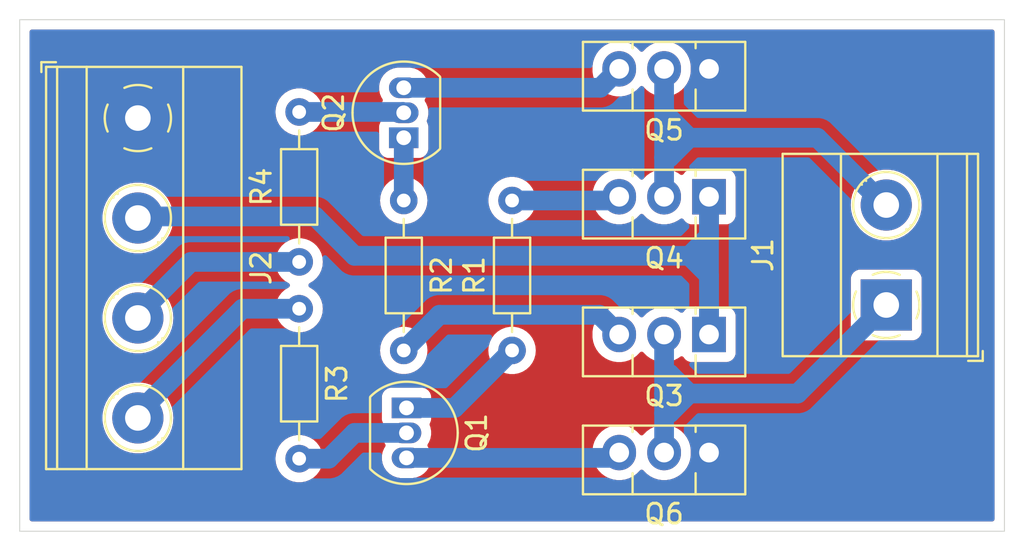
<source format=kicad_pcb>
(kicad_pcb (version 20240108) (generator "pcbnew") (generator_version "8.0")
  (layers (0 "F.Cu" signal) (31 "B.Cu" signal) (34 "B.Paste" user) (35 "F.Paste" user) (36 "B.SilkS" user "B.Silkscreen") (37 "F.SilkS" user "F.Silkscreen") (38 "B.Mask" user) (39 "F.Mask" user) (44 "Edge.Cuts" user))
  (net 0 "")
  (net 1 "Net-(Q1-B)")
  (net 2 "Net-(Q1-C)")
  (net 3 "Net-(Q2-B)")
  (net 4 "Net-(Q2-C)")
  (net 5 "Net-(Q3-B)")
  (net 6 "Net-(Q4-B)")
  (net 7 "Net-(J1-Pin_2)")
  (net 8 "Net-(J1-Pin_1)")
  (net 9 "GND")
  (net 10 "+12V")
  (net 11 "/RR")
  (net 12 "Net-(Q2-E)")
  (net 13 "Net-(J2-Pin_4)")
  (net 14 "Net-(J2-Pin_3)")
  (footprint "TerminalBlock_Phoenix:TerminalBlock_Phoenix_MKDS-1,5-4-5.08_1x04_P5.08mm_Horizontal" (layer "F.Cu") (at 117 82 -90)
    (property "Reference" "J2" (at 7.62 -6.26 -90) (layer "F.SilkS"))
    (property "Value" "Screw_Terminal_01x04")
    (fp_line (start -2.84 4.9) (end -2.34 4.9) (stroke (width 0.12)) (layer "F.SilkS"))
    (fp_line (start -2.6 4.66) (end 17.84 4.66) (stroke (width 0.12)) (layer "F.SilkS"))
    (fp_line (start -2.84 4.16) (end -2.84 4.9) (stroke (width 0.12)) (layer "F.SilkS"))
    (fp_line (start -2.6 4.1) (end 17.84 4.1) (stroke (width 0.12)) (layer "F.SilkS"))
    (fp_line (start -2.6 2.6) (end 17.84 2.6) (stroke (width 0.12)) (layer "F.SilkS"))
    (fp_line (start 4.046 1.239) (end 4.011 1.274) (stroke (width 0.12)) (layer "F.SilkS"))
    (fp_line (start 9.126 1.239) (end 9.091 1.274) (stroke (width 0.12)) (layer "F.SilkS"))
    (fp_line (start 14.206 1.239) (end 14.171 1.274) (stroke (width 0.12)) (layer "F.SilkS"))
    (fp_line (start 3.853 1.023) (end 3.806 1.069) (stroke (width 0.12)) (layer "F.SilkS"))
    (fp_line (start 8.933 1.023) (end 8.886 1.069) (stroke (width 0.12)) (layer "F.SilkS"))
    (fp_line (start 14.013 1.023) (end 13.966 1.069) (stroke (width 0.12)) (layer "F.SilkS"))
    (fp_line (start 6.355 -1.069) (end 6.308 -1.023) (stroke (width 0.12)) (layer "F.SilkS"))
    (fp_line (start 11.435 -1.069) (end 11.388 -1.023) (stroke (width 0.12)) (layer "F.SilkS"))
    (fp_line (start 16.515 -1.069) (end 16.468 -1.023) (stroke (width 0.12)) (layer "F.SilkS"))
    (fp_line (start 6.15 -1.275) (end 6.115 -1.239) (stroke (width 0.12)) (layer "F.SilkS"))
    (fp_line (start 11.23 -1.275) (end 11.195 -1.239) (stroke (width 0.12)) (layer "F.SilkS"))
    (fp_line (start 16.31 -1.275) (end 16.275 -1.239) (stroke (width 0.12)) (layer "F.SilkS"))
    (fp_line (start -2.6 -2.301) (end 17.84 -2.301) (stroke (width 0.12)) (layer "F.SilkS"))
    (fp_line (start -2.6 -5.261) (end -2.6 4.66) (stroke (width 0.12)) (layer "F.SilkS"))
    (fp_line (start -2.6 -5.261) (end 17.84 -5.261) (stroke (width 0.12)) (layer "F.SilkS"))
    (fp_line (start 17.84 -5.261) (end 17.84 4.66) (stroke (width 0.12)) (layer "F.SilkS"))
    (fp_arc (start 0.028805 1.680253) (mid -0.335551 1.646659) (end -0.684 1.535) (stroke (width 0.12)) (layer "F.SilkS"))
    (fp_arc (start 0.683318 1.534756) (mid 0.349292 1.643288) (end 0 1.68) (stroke (width 0.12)) (layer "F.SilkS"))
    (fp_arc (start -1.535427 0.683042) (mid -1.680501 -0.000524) (end -1.535 -0.684) (stroke (width 0.12)) (layer "F.SilkS"))
    (fp_arc (start 1.535427 -0.683042) (mid 1.680501 0.000524) (end 1.535 0.684) (stroke (width 0.12)) (layer "F.SilkS"))
    (fp_arc (start -0.683042 -1.535427) (mid 0.000524 -1.680501) (end 0.684 -1.535) (stroke (width 0.12)) (layer "F.SilkS"))
    (fp_circle (center 5.08 0) (end 6.76 0) (stroke (width 0.12)) (fill none) (layer "F.SilkS"))
    (fp_circle (center 10.16 0) (end 11.84 0) (stroke (width 0.12)) (fill none) (layer "F.SilkS"))
    (fp_circle (center 15.24 0) (end 16.92 0) (stroke (width 0.12)) (fill none) (layer "F.SilkS"))
    (pad "1" thru_hole rect (at 0 0 270) (size 2.6 2.6) (drill 1.3) (layers "*.Cu" "*.Mask") (net 9 "GND"))
    (pad "2" thru_hole circle (at 5.08 0 270) (size 2.6 2.6) (drill 1.3) (layers "*.Cu" "*.Mask") (net 10 "+12V"))
    (pad "3" thru_hole circle (at 10.16 0 270) (size 2.6 2.6) (drill 1.3) (layers "*.Cu" "*.Mask") (net 14 "Net-(J2-Pin_3)"))
    (pad "4" thru_hole circle (at 15.24 0 270) (size 2.6 2.6) (drill 1.3) (layers "*.Cu" "*.Mask") (net 13 "Net-(J2-Pin_4)"))
  )
  (footprint "Package_TO_SOT_THT:TO-126-3_Vertical" (layer "F.Cu") (at 146 99 180)
    (property "Reference" "Q6" (at 2.28 -3.12 360) (layer "F.SilkS"))
    (property "Value" "BD139")
    (fp_line (start 6.4 -2.12) (end 6.4 1.37) (stroke (width 0.12)) (layer "F.SilkS"))
    (fp_line (start 3.88 1.05) (end 3.88 1.37) (stroke (width 0.12)) (layer "F.SilkS"))
    (fp_line (start 3.88 -2.12) (end 3.88 -1.05) (stroke (width 0.12)) (layer "F.SilkS"))
    (fp_line (start 0.68 1.05) (end 0.68 1.37) (stroke (width 0.12)) (layer "F.SilkS"))
    (fp_line (start 0.68 -2.12) (end 0.68 -1.05) (stroke (width 0.12)) (layer "F.SilkS"))
    (fp_line (start -1.841 1.37) (end 6.4 1.37) (stroke (width 0.12)) (layer "F.SilkS"))
    (fp_line (start -1.841 -2.12) (end 6.4 -2.12) (stroke (width 0.12)) (layer "F.SilkS"))
    (fp_line (start -1.841 -2.12) (end -1.841 1.37) (stroke (width 0.12)) (layer "F.SilkS"))
    (pad "1" thru_hole rect (at 0 0 180) (size 1.71 1.8) (drill 1) (layers "*.Cu" "*.Mask") (net 9 "GND"))
    (pad "2" thru_hole oval (at 2.28 0 180) (size 1.71 1.8) (drill 1) (layers "*.Cu" "*.Mask") (net 8 "Net-(J1-Pin_1)"))
    (pad "3" thru_hole oval (at 4.56 0 180) (size 1.71 1.8) (drill 1) (layers "*.Cu" "*.Mask") (net 11 "/RR"))
  )
  (footprint "Package_TO_SOT_THT:TO-126-3_Vertical" (layer "F.Cu") (at 146 93 180)
    (property "Reference" "Q3" (at 2.28 -3.12 360) (layer "F.SilkS"))
    (property "Value" "BD140")
    (fp_line (start 6.4 -2.12) (end 6.4 1.37) (stroke (width 0.12)) (layer "F.SilkS"))
    (fp_line (start 3.88 1.05) (end 3.88 1.37) (stroke (width 0.12)) (layer "F.SilkS"))
    (fp_line (start 3.88 -2.12) (end 3.88 -1.05) (stroke (width 0.12)) (layer "F.SilkS"))
    (fp_line (start 0.68 1.05) (end 0.68 1.37) (stroke (width 0.12)) (layer "F.SilkS"))
    (fp_line (start 0.68 -2.12) (end 0.68 -1.05) (stroke (width 0.12)) (layer "F.SilkS"))
    (fp_line (start -1.841 1.37) (end 6.4 1.37) (stroke (width 0.12)) (layer "F.SilkS"))
    (fp_line (start -1.841 -2.12) (end 6.4 -2.12) (stroke (width 0.12)) (layer "F.SilkS"))
    (fp_line (start -1.841 -2.12) (end -1.841 1.37) (stroke (width 0.12)) (layer "F.SilkS"))
    (pad "1" thru_hole rect (at 0 0 180) (size 1.71 1.8) (drill 1) (layers "*.Cu" "*.Mask") (net 10 "+12V"))
    (pad "2" thru_hole oval (at 2.28 0 180) (size 1.71 1.8) (drill 1) (layers "*.Cu" "*.Mask") (net 8 "Net-(J1-Pin_1)"))
    (pad "3" thru_hole oval (at 4.56 0 180) (size 1.71 1.8) (drill 1) (layers "*.Cu" "*.Mask") (net 5 "Net-(Q3-B)"))
  )
  (footprint "TerminalBlock_Phoenix:TerminalBlock_Phoenix_MKDS-1,5-2-5.08_1x02_P5.08mm_Horizontal" (layer "F.Cu") (at 155 91.5 90)
    (property "Reference" "J1" (at 2.54 -6.26 90) (layer "F.SilkS"))
    (property "Value" "Screw_Terminal_01x02")
    (fp_line (start 7.68 -5.261) (end 7.68 4.66) (stroke (width 0.12)) (layer "F.SilkS"))
    (fp_line (start -2.6 -5.261) (end 7.68 -5.261) (stroke (width 0.12)) (layer "F.SilkS"))
    (fp_line (start -2.6 -5.261) (end -2.6 4.66) (stroke (width 0.12)) (layer "F.SilkS"))
    (fp_line (start -2.6 -2.301) (end 7.68 -2.301) (stroke (width 0.12)) (layer "F.SilkS"))
    (fp_line (start 6.15 -1.275) (end 6.115 -1.239) (stroke (width 0.12)) (layer "F.SilkS"))
    (fp_line (start 6.355 -1.069) (end 6.308 -1.023) (stroke (width 0.12)) (layer "F.SilkS"))
    (fp_line (start 3.853 1.023) (end 3.806 1.069) (stroke (width 0.12)) (layer "F.SilkS"))
    (fp_line (start 4.046 1.239) (end 4.011 1.274) (stroke (width 0.12)) (layer "F.SilkS"))
    (fp_line (start -2.6 2.6) (end 7.68 2.6) (stroke (width 0.12)) (layer "F.SilkS"))
    (fp_line (start -2.6 4.1) (end 7.68 4.1) (stroke (width 0.12)) (layer "F.SilkS"))
    (fp_line (start -2.84 4.16) (end -2.84 4.9) (stroke (width 0.12)) (layer "F.SilkS"))
    (fp_line (start -2.6 4.66) (end 7.68 4.66) (stroke (width 0.12)) (layer "F.SilkS"))
    (fp_line (start -2.84 4.9) (end -2.34 4.9) (stroke (width 0.12)) (layer "F.SilkS"))
    (fp_arc (start -0.683042 -1.535427) (mid 0.000524 -1.680501) (end 0.684 -1.535) (stroke (width 0.12)) (layer "F.SilkS"))
    (fp_arc (start 1.535427 -0.683042) (mid 1.680501 0.000524) (end 1.535 0.684) (stroke (width 0.12)) (layer "F.SilkS"))
    (fp_arc (start -1.535427 0.683042) (mid -1.680501 -0.000524) (end -1.535 -0.684) (stroke (width 0.12)) (layer "F.SilkS"))
    (fp_arc (start 0.683318 1.534756) (mid 0.349292 1.643288) (end 0 1.68) (stroke (width 0.12)) (layer "F.SilkS"))
    (fp_arc (start 0.028805 1.680253) (mid -0.335551 1.646659) (end -0.684 1.535) (stroke (width 0.12)) (layer "F.SilkS"))
    (fp_circle (center 5.08 0) (end 6.76 0) (stroke (width 0.12)) (fill none) (layer "F.SilkS"))
    (pad "1" thru_hole rect (at 0 0 90) (size 2.6 2.6) (drill 1.3) (layers "*.Cu" "*.Mask") (net 8 "Net-(J1-Pin_1)"))
    (pad "2" thru_hole circle (at 5.08 0 90) (size 2.6 2.6) (drill 1.3) (layers "*.Cu" "*.Mask") (net 7 "Net-(J1-Pin_2)"))
  )
  (footprint "Package_TO_SOT_THT:TO-126-3_Vertical" (layer "F.Cu") (at 146 86 180)
    (property "Reference" "Q4" (at 2.28 -3.12 360) (layer "F.SilkS"))
    (property "Value" "BD140")
    (fp_line (start 6.4 -2.12) (end 6.4 1.37) (stroke (width 0.12)) (layer "F.SilkS"))
    (fp_line (start 3.88 1.05) (end 3.88 1.37) (stroke (width 0.12)) (layer "F.SilkS"))
    (fp_line (start 3.88 -2.12) (end 3.88 -1.05) (stroke (width 0.12)) (layer "F.SilkS"))
    (fp_line (start 0.68 1.05) (end 0.68 1.37) (stroke (width 0.12)) (layer "F.SilkS"))
    (fp_line (start 0.68 -2.12) (end 0.68 -1.05) (stroke (width 0.12)) (layer "F.SilkS"))
    (fp_line (start -1.841 1.37) (end 6.4 1.37) (stroke (width 0.12)) (layer "F.SilkS"))
    (fp_line (start -1.841 -2.12) (end 6.4 -2.12) (stroke (width 0.12)) (layer "F.SilkS"))
    (fp_line (start -1.841 -2.12) (end -1.841 1.37) (stroke (width 0.12)) (layer "F.SilkS"))
    (pad "1" thru_hole rect (at 0 0 180) (size 1.71 1.8) (drill 1) (layers "*.Cu" "*.Mask") (net 10 "+12V"))
    (pad "2" thru_hole oval (at 2.28 0 180) (size 1.71 1.8) (drill 1) (layers "*.Cu" "*.Mask") (net 7 "Net-(J1-Pin_2)"))
    (pad "3" thru_hole oval (at 4.56 0 180) (size 1.71 1.8) (drill 1) (layers "*.Cu" "*.Mask") (net 6 "Net-(Q4-B)"))
  )
  (footprint "Resistor_THT:R_Axial_DIN0204_L3.6mm_D1.6mm_P7.62mm_Horizontal" (layer "F.Cu") (at 125.19 91.69 -90)
    (property "Reference" "R3" (at 3.81 -1.92 90) (layer "F.SilkS"))
    (property "Value" "1k")
    (fp_line (start 1.89 0.92) (end 5.73 0.92) (stroke (width 0.12)) (layer "F.SilkS"))
    (fp_line (start 5.73 0.92) (end 5.73 -0.92) (stroke (width 0.12)) (layer "F.SilkS"))
    (fp_line (start 0.94 0) (end 1.89 0) (stroke (width 0.12)) (layer "F.SilkS"))
    (fp_line (start 6.68 0) (end 5.73 0) (stroke (width 0.12)) (layer "F.SilkS"))
    (fp_line (start 1.89 -0.92) (end 1.89 0.92) (stroke (width 0.12)) (layer "F.SilkS"))
    (fp_line (start 5.73 -0.92) (end 1.89 -0.92) (stroke (width 0.12)) (layer "F.SilkS"))
    (pad "1" thru_hole circle (at 0 0 270) (size 1.4 1.4) (drill 0.7) (layers "*.Cu" "*.Mask") (net 13 "Net-(J2-Pin_4)"))
    (pad "2" thru_hole oval (at 7.62 0 270) (size 1.4 1.4) (drill 0.7) (layers "*.Cu" "*.Mask") (net 1 "Net-(Q1-B)"))
  )
  (footprint "Package_TO_SOT_THT:TO-92_Inline" (layer "F.Cu") (at 130.64 96.73 -90)
    (property "Reference" "Q1" (at 1.27 -3.56 90) (layer "F.SilkS"))
    (property "Value" "BC547")
    (fp_line (start -0.53 1.85) (end 3.07 1.85) (stroke (width 0.12)) (layer "F.SilkS"))
    (fp_arc (start -0.568478 1.838478) (mid -1.132087 -0.994977) (end 1.27 -2.6) (stroke (width 0.12)) (layer "F.SilkS"))
    (fp_arc (start 1.27 -2.6) (mid 3.672087 -0.994977) (end 3.108478 1.838478) (stroke (width 0.12)) (layer "F.SilkS"))
    (pad "1" thru_hole rect (at 0 0 270) (size 1.05 1.5) (drill 0.75) (layers "*.Cu" "*.Mask") (net 2 "Net-(Q1-C)"))
    (pad "2" thru_hole oval (at 1.27 0 270) (size 1.05 1.5) (drill 0.75) (layers "*.Cu" "*.Mask") (net 1 "Net-(Q1-B)"))
    (pad "3" thru_hole oval (at 2.54 0 270) (size 1.05 1.5) (drill 0.75) (layers "*.Cu" "*.Mask") (net 11 "/RR"))
  )
  (footprint "Resistor_THT:R_Axial_DIN0204_L3.6mm_D1.6mm_P7.62mm_Horizontal" (layer "F.Cu") (at 125.19 89.31 90)
    (property "Reference" "R4" (at 3.81 -1.92 90) (layer "F.SilkS"))
    (property "Value" "1k")
    (fp_line (start 5.73 -0.92) (end 1.89 -0.92) (stroke (width 0.12)) (layer "F.SilkS"))
    (fp_line (start 1.89 -0.92) (end 1.89 0.92) (stroke (width 0.12)) (layer "F.SilkS"))
    (fp_line (start 6.68 0) (end 5.73 0) (stroke (width 0.12)) (layer "F.SilkS"))
    (fp_line (start 0.94 0) (end 1.89 0) (stroke (width 0.12)) (layer "F.SilkS"))
    (fp_line (start 5.73 0.92) (end 5.73 -0.92) (stroke (width 0.12)) (layer "F.SilkS"))
    (fp_line (start 1.89 0.92) (end 5.73 0.92) (stroke (width 0.12)) (layer "F.SilkS"))
    (pad "1" thru_hole circle (at 0 0 90) (size 1.4 1.4) (drill 0.7) (layers "*.Cu" "*.Mask") (net 14 "Net-(J2-Pin_3)"))
    (pad "2" thru_hole oval (at 7.62 0 90) (size 1.4 1.4) (drill 0.7) (layers "*.Cu" "*.Mask") (net 3 "Net-(Q2-B)"))
  )
  (footprint "Package_TO_SOT_THT:TO-126-3_Vertical" (layer "F.Cu") (at 146 79.5 180)
    (property "Reference" "Q5" (at 2.28 -3.12 360) (layer "F.SilkS"))
    (property "Value" "BD139")
    (fp_line (start 6.4 -2.12) (end 6.4 1.37) (stroke (width 0.12)) (layer "F.SilkS"))
    (fp_line (start 3.88 1.05) (end 3.88 1.37) (stroke (width 0.12)) (layer "F.SilkS"))
    (fp_line (start 3.88 -2.12) (end 3.88 -1.05) (stroke (width 0.12)) (layer "F.SilkS"))
    (fp_line (start 0.68 1.05) (end 0.68 1.37) (stroke (width 0.12)) (layer "F.SilkS"))
    (fp_line (start 0.68 -2.12) (end 0.68 -1.05) (stroke (width 0.12)) (layer "F.SilkS"))
    (fp_line (start -1.841 1.37) (end 6.4 1.37) (stroke (width 0.12)) (layer "F.SilkS"))
    (fp_line (start -1.841 -2.12) (end 6.4 -2.12) (stroke (width 0.12)) (layer "F.SilkS"))
    (fp_line (start -1.841 -2.12) (end -1.841 1.37) (stroke (width 0.12)) (layer "F.SilkS"))
    (pad "1" thru_hole rect (at 0 0 180) (size 1.71 1.8) (drill 1) (layers "*.Cu" "*.Mask") (net 9 "GND"))
    (pad "2" thru_hole oval (at 2.28 0 180) (size 1.71 1.8) (drill 1) (layers "*.Cu" "*.Mask") (net 7 "Net-(J1-Pin_2)"))
    (pad "3" thru_hole oval (at 4.56 0 180) (size 1.71 1.8) (drill 1) (layers "*.Cu" "*.Mask") (net 12 "Net-(Q2-E)"))
  )
  (footprint "Resistor_THT:R_Axial_DIN0204_L3.6mm_D1.6mm_P7.62mm_Horizontal" (layer "F.Cu") (at 130.5 86.19 -90)
    (property "Reference" "R2" (at 3.81 -1.92 90) (layer "F.SilkS"))
    (property "Value" "100")
    (fp_line (start 1.89 0.92) (end 5.73 0.92) (stroke (width 0.12)) (layer "F.SilkS"))
    (fp_line (start 5.73 0.92) (end 5.73 -0.92) (stroke (width 0.12)) (layer "F.SilkS"))
    (fp_line (start 0.94 0) (end 1.89 0) (stroke (width 0.12)) (layer "F.SilkS"))
    (fp_line (start 6.68 0) (end 5.73 0) (stroke (width 0.12)) (layer "F.SilkS"))
    (fp_line (start 1.89 -0.92) (end 1.89 0.92) (stroke (width 0.12)) (layer "F.SilkS"))
    (fp_line (start 5.73 -0.92) (end 1.89 -0.92) (stroke (width 0.12)) (layer "F.SilkS"))
    (pad "1" thru_hole circle (at 0 0 270) (size 1.4 1.4) (drill 0.7) (layers "*.Cu" "*.Mask") (net 4 "Net-(Q2-C)"))
    (pad "2" thru_hole oval (at 7.62 0 270) (size 1.4 1.4) (drill 0.7) (layers "*.Cu" "*.Mask") (net 5 "Net-(Q3-B)"))
  )
  (footprint "Resistor_THT:R_Axial_DIN0204_L3.6mm_D1.6mm_P7.62mm_Horizontal" (layer "F.Cu") (at 136 93.81 90)
    (property "Reference" "R1" (at 3.81 -1.92 90) (layer "F.SilkS"))
    (property "Value" "100")
    (fp_line (start 5.73 -0.92) (end 1.89 -0.92) (stroke (width 0.12)) (layer "F.SilkS"))
    (fp_line (start 1.89 -0.92) (end 1.89 0.92) (stroke (width 0.12)) (layer "F.SilkS"))
    (fp_line (start 6.68 0) (end 5.73 0) (stroke (width 0.12)) (layer "F.SilkS"))
    (fp_line (start 0.94 0) (end 1.89 0) (stroke (width 0.12)) (layer "F.SilkS"))
    (fp_line (start 5.73 0.92) (end 5.73 -0.92) (stroke (width 0.12)) (layer "F.SilkS"))
    (fp_line (start 1.89 0.92) (end 5.73 0.92) (stroke (width 0.12)) (layer "F.SilkS"))
    (pad "1" thru_hole circle (at 0 0 90) (size 1.4 1.4) (drill 0.7) (layers "*.Cu" "*.Mask") (net 2 "Net-(Q1-C)"))
    (pad "2" thru_hole oval (at 7.62 0 90) (size 1.4 1.4) (drill 0.7) (layers "*.Cu" "*.Mask") (net 6 "Net-(Q4-B)"))
  )
  (footprint "Package_TO_SOT_THT:TO-92_Inline" (layer "F.Cu") (at 130.5 83 90)
    (property "Reference" "Q2" (at 1.27 -3.56 90) (layer "F.SilkS"))
    (property "Value" "BC547")
    (fp_line (start -0.53 1.85) (end 3.07 1.85) (stroke (width 0.12)) (layer "F.SilkS"))
    (fp_arc (start 1.27 -2.6) (mid 3.672087 -0.994977) (end 3.108478 1.838478) (stroke (width 0.12)) (layer "F.SilkS"))
    (fp_arc (start -0.568478 1.838478) (mid -1.132087 -0.994977) (end 1.27 -2.6) (stroke (width 0.12)) (layer "F.SilkS"))
    (pad "1" thru_hole rect (at 0 0 90) (size 1.05 1.5) (drill 0.75) (layers "*.Cu" "*.Mask") (net 4 "Net-(Q2-C)"))
    (pad "2" thru_hole oval (at 1.27 0 90) (size 1.05 1.5) (drill 0.75) (layers "*.Cu" "*.Mask") (net 3 "Net-(Q2-B)"))
    (pad "3" thru_hole oval (at 2.54 0 90) (size 1.05 1.5) (drill 0.75) (layers "*.Cu" "*.Mask") (net 12 "Net-(Q2-E)"))
  )
  (gr_rect (start 111 77) (end 161 103) (stroke (width 0.05)) (fill none) (layer "Edge.Cuts"))
  (segment (start 128 98) (end 130.64 98) (width 1) (layer "B.Cu") (net 1))
  (segment (start 125.19 99.31) (end 126.69 99.31) (width 1) (layer "B.Cu") (net 1))
  (segment (start 126.69 99.31) (end 128 98) (width 1) (layer "B.Cu") (net 1))
  (segment (start 133.08 96.73) (end 136 93.81) (width 1) (layer "B.Cu") (net 2))
  (segment (start 130.64 96.73) (end 133.08 96.73) (width 1) (layer "B.Cu") (net 2))
  (segment (start 125.19 81.69) (end 130.46 81.69) (width 1) (layer "B.Cu") (net 3))
  (segment (start 130.46 81.69) (end 130.5 81.73) (width 1) (layer "B.Cu") (net 3))
  (segment (start 130.5 83) (end 130.5 86.19) (width 1) (layer "B.Cu") (net 4))
  (segment (start 130.5 93.81) (end 132.31 92) (width 1) (layer "B.Cu") (net 5))
  (segment (start 140.44 92) (end 141.44 93) (width 1) (layer "B.Cu") (net 5))
  (segment (start 132.31 92) (end 140.44 92) (width 1) (layer "B.Cu") (net 5))
  (segment (start 136 86.19) (end 141.25 86.19) (width 1) (layer "B.Cu") (net 6))
  (segment (start 141.25 86.19) (end 141.44 86) (width 1) (layer "B.Cu") (net 6))
  (segment (start 143.72 81.72) (end 145 83) (width 1) (layer "B.Cu") (net 7))
  (segment (start 143.72 84) (end 143.72 86) (width 1) (layer "B.Cu") (net 7))
  (segment (start 143.72 79.5) (end 143.72 81) (width 1) (layer "B.Cu") (net 7))
  (segment (start 143.72 83) (end 143.72 84) (width 1) (layer "B.Cu") (net 7))
  (segment (start 143.72 83) (end 145 83) (width 1) (layer "B.Cu") (net 7))
  (segment (start 143.72 81) (end 143.72 81.72) (width 1) (layer "B.Cu") (net 7))
  (segment (start 151.5 83) (end 155 86.5) (width 1) (layer "B.Cu") (net 7))
  (segment (start 145 83) (end 151.5 83) (width 1) (layer "B.Cu") (net 7))
  (segment (start 143.72 81) (end 143.72 83) (width 1) (layer "B.Cu") (net 7))
  (segment (start 143.72 84) (end 144 84) (width 1) (layer "B.Cu") (net 7))
  (segment (start 144 84) (end 145 83) (width 1) (layer "B.Cu") (net 7))
  (segment (start 143.72 95) (end 143.72 96) (width 1) (layer "B.Cu") (net 8))
  (segment (start 143.72 97) (end 144 97) (width 1) (layer "B.Cu") (net 8))
  (segment (start 150.5 96) (end 155 91.5) (width 1) (layer "B.Cu") (net 8))
  (segment (start 144 97) (end 145 96) (width 1) (layer "B.Cu") (net 8))
  (segment (start 143.72 96) (end 143.72 97) (width 1) (layer "B.Cu") (net 8))
  (segment (start 143.72 97) (end 143.72 99) (width 1) (layer "B.Cu") (net 8))
  (segment (start 144 95) (end 145 96) (width 1) (layer "B.Cu") (net 8))
  (segment (start 143.72 93) (end 143.72 95) (width 1) (layer "B.Cu") (net 8))
  (segment (start 143.72 96) (end 145 96) (width 1) (layer "B.Cu") (net 8))
  (segment (start 143.72 95) (end 144 95) (width 1) (layer "B.Cu") (net 8))
  (segment (start 145 96) (end 150.5 96) (width 1) (layer "B.Cu") (net 8))
  (segment (start 146 88) (end 146 86) (width 1) (layer "B.Cu") (net 10))
  (segment (start 146 90) (end 146 93) (width 1) (layer "B.Cu") (net 10))
  (segment (start 126 87) (end 128 89) (width 1) (layer "B.Cu") (net 10))
  (segment (start 128 89) (end 145 89) (width 1) (layer "B.Cu") (net 10))
  (segment (start 117 87) (end 126 87) (width 1) (layer "B.Cu") (net 10))
  (segment (start 145 89) (end 146 90) (width 1) (layer "B.Cu") (net 10))
  (segment (start 145 89) (end 146 88) (width 1) (layer "B.Cu") (net 10))
  (segment (start 146 86) (end 146 93) (width 1) (layer "B.Cu") (net 10))
  (segment (start 141.17 99.27) (end 141.44 99) (width 1) (layer "B.Cu") (net 11))
  (segment (start 130.64 99.27) (end 141.17 99.27) (width 1) (layer "B.Cu") (net 11))
  (segment (start 130.5 80.46) (end 140.48 80.46) (width 1) (layer "B.Cu") (net 12))
  (segment (start 140.48 80.46) (end 141.44 79.5) (width 1) (layer "B.Cu") (net 12))
  (segment (start 117 97) (end 122.31 91.69) (width 1) (layer "B.Cu") (net 13))
  (segment (start 122.31 91.69) (end 125.19 91.69) (width 1) (layer "B.Cu") (net 13))
  (segment (start 119.69 89.31) (end 125.19 89.31) (width 1) (layer "B.Cu") (net 14))
  (segment (start 117 92) (end 119.69 89.31) (width 1) (layer "B.Cu") (net 14))
  (zone (net 9) (net_name "GND") (layer "F.Cu") (priority 1) (connect_pads yes (clearance 0.5)) (min_thickness 0.25) (fill yes (thermal_gap 0.5) (thermal_bridge_width 0.5))
    (polygon (pts (xy 110 76) (xy 110 104) (xy 162 104) (xy 162 76)))
  )
  (zone (net 9) (net_name "GND") (layer "B.Cu") (connect_pads yes (clearance 0.5)) (min_thickness 0.25) (fill yes (thermal_gap 0.5) (thermal_bridge_width 0.5))
    (polygon (pts (xy 162 76) (xy 162 104) (xy 110 104) (xy 110 76)))
  )
)
</source>
